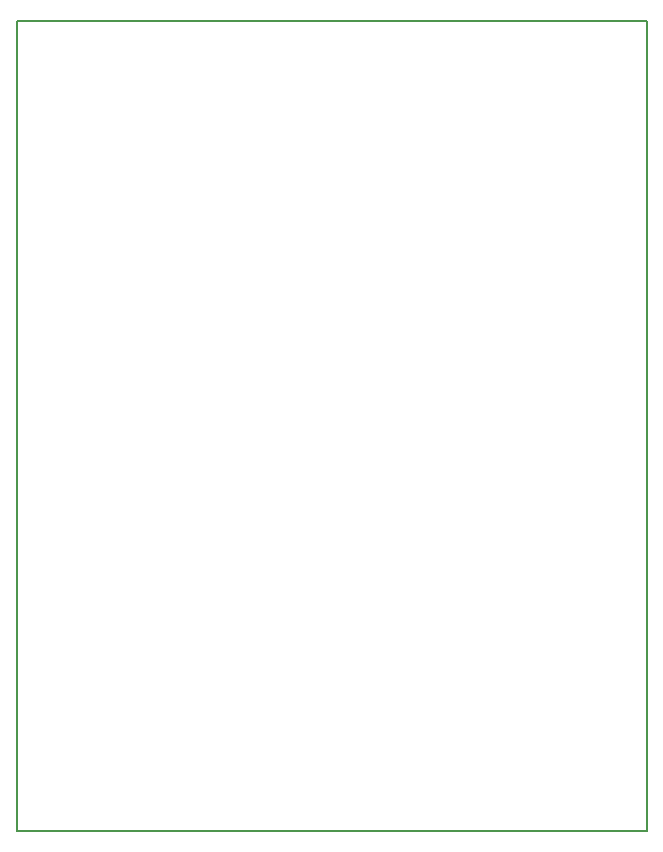
<source format=gm1>
G04 #@! TF.FileFunction,Profile,NP*
%FSLAX46Y46*%
G04 Gerber Fmt 4.6, Leading zero omitted, Abs format (unit mm)*
G04 Created by KiCad (PCBNEW 4.0.7) date 04/28/18 13:58:35*
%MOMM*%
%LPD*%
G01*
G04 APERTURE LIST*
%ADD10C,0.100000*%
%ADD11C,0.150000*%
G04 APERTURE END LIST*
D10*
D11*
X127000000Y-144780000D02*
X127000000Y-76200000D01*
X180340000Y-144780000D02*
X127000000Y-144780000D01*
X180340000Y-76200000D02*
X180340000Y-144780000D01*
X127000000Y-76200000D02*
X180340000Y-76200000D01*
M02*

</source>
